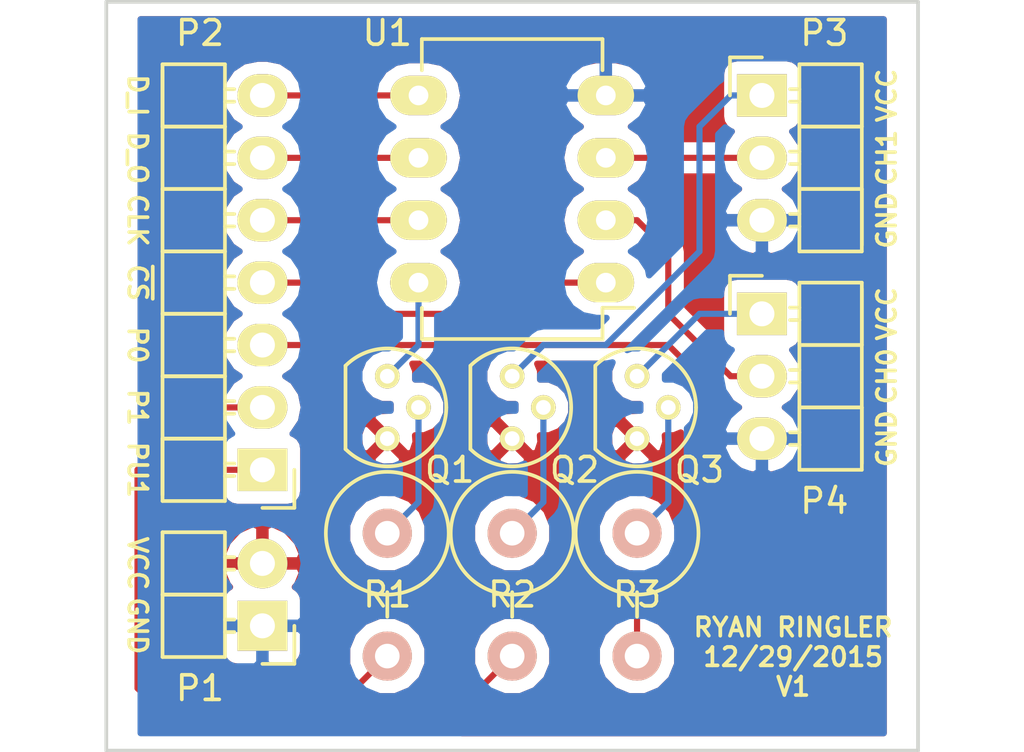
<source format=kicad_pcb>
(kicad_pcb (version 4) (host pcbnew 4.0.1-stable)

  (general
    (links 21)
    (no_connects 0)
    (area 142.164999 102.794999 175.335001 133.425001)
    (thickness 1.6)
    (drawings 20)
    (tracks 57)
    (zones 0)
    (modules 11)
    (nets 18)
  )

  (page A4)
  (layers
    (0 F.Cu signal)
    (31 B.Cu signal)
    (32 B.Adhes user)
    (33 F.Adhes user)
    (34 B.Paste user)
    (35 F.Paste user)
    (36 B.SilkS user)
    (37 F.SilkS user)
    (38 B.Mask user)
    (39 F.Mask user)
    (40 Dwgs.User user)
    (41 Cmts.User user)
    (42 Eco1.User user)
    (43 Eco2.User user)
    (44 Edge.Cuts user)
    (45 Margin user)
    (46 B.CrtYd user)
    (47 F.CrtYd user)
    (48 B.Fab user)
    (49 F.Fab user)
  )

  (setup
    (last_trace_width 0.25)
    (trace_clearance 0.2)
    (zone_clearance 0.508)
    (zone_45_only no)
    (trace_min 0.2)
    (segment_width 0.2)
    (edge_width 0.15)
    (via_size 0.6)
    (via_drill 0.4)
    (via_min_size 0.4)
    (via_min_drill 0.3)
    (uvia_size 0.3)
    (uvia_drill 0.1)
    (uvias_allowed no)
    (uvia_min_size 0.2)
    (uvia_min_drill 0.1)
    (pcb_text_width 0.3)
    (pcb_text_size 1.5 1.5)
    (mod_edge_width 0.15)
    (mod_text_size 1 1)
    (mod_text_width 0.15)
    (pad_size 2.032 1.7272)
    (pad_drill 1.016)
    (pad_to_mask_clearance 0.2)
    (aux_axis_origin 0 0)
    (visible_elements FFFFFF7F)
    (pcbplotparams
      (layerselection 0x210f0_80000001)
      (usegerberextensions true)
      (excludeedgelayer true)
      (linewidth 0.100000)
      (plotframeref false)
      (viasonmask false)
      (mode 1)
      (useauxorigin false)
      (hpglpennumber 1)
      (hpglpenspeed 20)
      (hpglpendiameter 15)
      (hpglpenoverlay 2)
      (psnegative false)
      (psa4output false)
      (plotreference true)
      (plotvalue true)
      (plotinvisibletext false)
      (padsonsilk false)
      (subtractmaskfromsilk false)
      (outputformat 1)
      (mirror false)
      (drillshape 0)
      (scaleselection 1)
      (outputdirectory "Gerber Export/"))
  )

  (net 0 "")
  (net 1 VCC)
  (net 2 GND)
  (net 3 "Net-(P3-Pad2)")
  (net 4 "Net-(P4-Pad2)")
  (net 5 "Net-(Q1-Pad2)")
  (net 6 "Net-(Q1-Pad1)")
  (net 7 "Net-(P2-Pad1)")
  (net 8 "Net-(P2-Pad2)")
  (net 9 "Net-(P2-Pad3)")
  (net 10 "Net-(P2-Pad4)")
  (net 11 "Net-(P2-Pad5)")
  (net 12 "Net-(P3-Pad1)")
  (net 13 "Net-(P4-Pad1)")
  (net 14 "Net-(Q2-Pad2)")
  (net 15 "Net-(Q3-Pad2)")
  (net 16 "Net-(P2-Pad7)")
  (net 17 "Net-(P2-Pad6)")

  (net_class Default "This is the default net class."
    (clearance 0.2)
    (trace_width 0.25)
    (via_dia 0.6)
    (via_drill 0.4)
    (uvia_dia 0.3)
    (uvia_drill 0.1)
    (add_net GND)
    (add_net "Net-(P2-Pad1)")
    (add_net "Net-(P2-Pad2)")
    (add_net "Net-(P2-Pad3)")
    (add_net "Net-(P2-Pad4)")
    (add_net "Net-(P2-Pad5)")
    (add_net "Net-(P2-Pad6)")
    (add_net "Net-(P2-Pad7)")
    (add_net "Net-(P3-Pad1)")
    (add_net "Net-(P3-Pad2)")
    (add_net "Net-(P4-Pad1)")
    (add_net "Net-(P4-Pad2)")
    (add_net "Net-(Q1-Pad1)")
    (add_net "Net-(Q1-Pad2)")
    (add_net "Net-(Q2-Pad2)")
    (add_net "Net-(Q3-Pad2)")
    (add_net VCC)
  )

  (module TO_SOT_Packages_THT:TO-92_Molded_Narrow (layer F.Cu) (tedit 56833BC8) (tstamp 567B8848)
    (at 153.67 118.11 270)
    (descr "TO-92 leads molded, narrow, drill 0.6mm (see NXP sot054_po.pdf)")
    (tags "to-92 sc-43 sc-43a sot54 PA33 transistor")
    (path /567B7FAC)
    (fp_text reference Q1 (at 3.81 -2.54 540) (layer F.SilkS)
      (effects (font (size 1 1) (thickness 0.15)))
    )
    (fp_text value 2N3904 (at 0 3 270) (layer F.Fab) hide
      (effects (font (size 1 1) (thickness 0.15)))
    )
    (fp_line (start -1.4 1.95) (end -1.4 -2.65) (layer F.CrtYd) (width 0.05))
    (fp_line (start -1.4 1.95) (end 3.9 1.95) (layer F.CrtYd) (width 0.05))
    (fp_line (start -0.43 1.7) (end 2.97 1.7) (layer F.SilkS) (width 0.15))
    (fp_arc (start 1.27 0) (end 1.27 -2.4) (angle -135) (layer F.SilkS) (width 0.15))
    (fp_arc (start 1.27 0) (end 1.27 -2.4) (angle 135) (layer F.SilkS) (width 0.15))
    (fp_line (start -1.4 -2.65) (end 3.9 -2.65) (layer F.CrtYd) (width 0.05))
    (fp_line (start 3.9 1.95) (end 3.9 -2.65) (layer F.CrtYd) (width 0.05))
    (pad 2 thru_hole circle (at 1.27 -1.27) (size 1.00076 1.00076) (drill 0.6) (layers *.Cu *.Mask F.SilkS)
      (net 5 "Net-(Q1-Pad2)"))
    (pad 3 thru_hole circle (at 2.54 0) (size 1.00076 1.00076) (drill 0.6) (layers *.Cu *.Mask F.SilkS)
      (net 1 VCC))
    (pad 1 thru_hole circle (at 0 0) (size 1.00076 1.00076) (drill 0.6) (layers *.Cu *.Mask F.SilkS)
      (net 6 "Net-(Q1-Pad1)"))
    (model TO_SOT_Packages_THT.3dshapes/TO-92_Molded_Narrow.wrl
      (at (xyz 0.05 0 0))
      (scale (xyz 1 1 1))
      (rotate (xyz 0 0 -90))
    )
  )

  (module Housings_DIP:DIP-8_W7.62mm_LongPads (layer F.Cu) (tedit 5682E73B) (tstamp 5682E838)
    (at 162.56 114.3 180)
    (descr "8-lead dip package, row spacing 7.62 mm (300 mils), longer pads")
    (tags "dil dip 2.54 300")
    (path /567BA1FF)
    (fp_text reference U1 (at 8.89 10.16 180) (layer F.SilkS)
      (effects (font (size 1 1) (thickness 0.15)))
    )
    (fp_text value MCP3002 (at 3.81 3.81 270) (layer F.Fab)
      (effects (font (size 1 1) (thickness 0.15)))
    )
    (fp_line (start -1.4 -2.45) (end -1.4 10.1) (layer F.CrtYd) (width 0.05))
    (fp_line (start 9 -2.45) (end 9 10.1) (layer F.CrtYd) (width 0.05))
    (fp_line (start -1.4 -2.45) (end 9 -2.45) (layer F.CrtYd) (width 0.05))
    (fp_line (start -1.4 10.1) (end 9 10.1) (layer F.CrtYd) (width 0.05))
    (fp_line (start 0.135 -2.295) (end 0.135 -1.025) (layer F.SilkS) (width 0.15))
    (fp_line (start 7.485 -2.295) (end 7.485 -1.025) (layer F.SilkS) (width 0.15))
    (fp_line (start 7.485 9.915) (end 7.485 8.645) (layer F.SilkS) (width 0.15))
    (fp_line (start 0.135 9.915) (end 0.135 8.645) (layer F.SilkS) (width 0.15))
    (fp_line (start 0.135 -2.295) (end 7.485 -2.295) (layer F.SilkS) (width 0.15))
    (fp_line (start 0.135 9.915) (end 7.485 9.915) (layer F.SilkS) (width 0.15))
    (fp_line (start 0.135 -1.025) (end -1.15 -1.025) (layer F.SilkS) (width 0.15))
    (pad 1 thru_hole oval (at 0 0 180) (size 2.3 1.6) (drill 0.8) (layers *.Cu *.Mask F.SilkS)
      (net 10 "Net-(P2-Pad4)"))
    (pad 2 thru_hole oval (at 0 2.54 180) (size 2.3 1.6) (drill 0.8) (layers *.Cu *.Mask F.SilkS)
      (net 4 "Net-(P4-Pad2)"))
    (pad 3 thru_hole oval (at 0 5.08 180) (size 2.3 1.6) (drill 0.8) (layers *.Cu *.Mask F.SilkS)
      (net 3 "Net-(P3-Pad2)"))
    (pad 4 thru_hole oval (at 0 7.62 180) (size 2.3 1.6) (drill 0.8) (layers *.Cu *.Mask F.SilkS)
      (net 2 GND))
    (pad 5 thru_hole oval (at 7.62 7.62 180) (size 2.3 1.6) (drill 0.8) (layers *.Cu *.Mask F.SilkS)
      (net 16 "Net-(P2-Pad7)"))
    (pad 6 thru_hole oval (at 7.62 5.08 180) (size 2.3 1.6) (drill 0.8) (layers *.Cu *.Mask F.SilkS)
      (net 17 "Net-(P2-Pad6)"))
    (pad 7 thru_hole oval (at 7.62 2.54 180) (size 2.3 1.6) (drill 0.8) (layers *.Cu *.Mask F.SilkS)
      (net 11 "Net-(P2-Pad5)"))
    (pad 8 thru_hole oval (at 7.62 0 180) (size 2.3 1.6) (drill 0.8) (layers *.Cu *.Mask F.SilkS)
      (net 6 "Net-(Q1-Pad1)"))
    (model Housings_DIP.3dshapes/DIP-8_W7.62mm_LongPads.wrl
      (at (xyz 0 0 0))
      (scale (xyz 1 1 1))
      (rotate (xyz 0 0 0))
    )
  )

  (module Resistors_ThroughHole:Resistor_Vertical_RM5mm (layer F.Cu) (tedit 56832E4A) (tstamp 5682E9D4)
    (at 153.67 127 270)
    (descr "Resistor, Vertical, RM 5mm, 1/3W,")
    (tags "Resistor, Vertical, RM 5mm, 1/3W,")
    (path /567B84F5)
    (fp_text reference R1 (at 0 0 540) (layer F.SilkS)
      (effects (font (size 1 1) (thickness 0.15)))
    )
    (fp_text value 1K (at 0 0 270) (layer F.Fab) hide
      (effects (font (size 1 1) (thickness 0.15)))
    )
    (fp_line (start -0.09906 0) (end 0.9017 0) (layer F.SilkS) (width 0.15))
    (fp_circle (center -2.49936 0) (end 0 0) (layer F.SilkS) (width 0.15))
    (pad 1 thru_hole circle (at -2.49936 0 270) (size 1.99898 1.99898) (drill 1.00076) (layers *.Cu *.SilkS *.Mask)
      (net 5 "Net-(Q1-Pad2)"))
    (pad 2 thru_hole circle (at 2.5019 0 270) (size 1.99898 1.99898) (drill 1.00076) (layers *.Cu *.SilkS *.Mask)
      (net 7 "Net-(P2-Pad1)"))
  )

  (module Pin_Headers_Custom:Pin_Header_Angled_1x03_No_Pins (layer F.Cu) (tedit 568335B6) (tstamp 56830953)
    (at 168.91 106.68)
    (descr "Through hole pin header")
    (tags "pin header")
    (path /567B8F75)
    (fp_text reference P3 (at 2.54 -2.54 180) (layer F.SilkS)
      (effects (font (size 1 1) (thickness 0.15)))
    )
    (fp_text value CONN_01X03 (at 0 -3.1) (layer F.Fab) hide
      (effects (font (size 1 1) (thickness 0.15)))
    )
    (fp_line (start 4.064 -1.016) (end 4.064 6.096) (layer F.SilkS) (width 0.15))
    (fp_line (start -1.5 -1.75) (end -1.5 6.85) (layer F.CrtYd) (width 0.05))
    (fp_line (start 10.65 -1.75) (end 10.65 6.85) (layer F.CrtYd) (width 0.05))
    (fp_line (start -1.5 -1.75) (end 10.65 -1.75) (layer F.CrtYd) (width 0.05))
    (fp_line (start -1.5 6.85) (end 10.65 6.85) (layer F.CrtYd) (width 0.05))
    (fp_line (start -1.3 -1.55) (end -1.3 0) (layer F.SilkS) (width 0.15))
    (fp_line (start 0 -1.55) (end -1.3 -1.55) (layer F.SilkS) (width 0.15))
    (fp_line (start 1.524 -0.254) (end 1.143 -0.254) (layer F.SilkS) (width 0.15))
    (fp_line (start 1.524 0.254) (end 1.143 0.254) (layer F.SilkS) (width 0.15))
    (fp_line (start 1.524 2.286) (end 1.143 2.286) (layer F.SilkS) (width 0.15))
    (fp_line (start 1.524 2.794) (end 1.143 2.794) (layer F.SilkS) (width 0.15))
    (fp_line (start 1.524 4.826) (end 1.143 4.826) (layer F.SilkS) (width 0.15))
    (fp_line (start 1.524 5.334) (end 1.143 5.334) (layer F.SilkS) (width 0.15))
    (fp_line (start 4.064 1.27) (end 4.064 -1.27) (layer F.SilkS) (width 0.15))
    (fp_line (start 1.524 1.27) (end 4.064 1.27) (layer F.SilkS) (width 0.15))
    (fp_line (start 1.524 -1.27) (end 1.524 1.27) (layer F.SilkS) (width 0.15))
    (fp_line (start 1.524 -1.27) (end 4.064 -1.27) (layer F.SilkS) (width 0.15))
    (fp_line (start 1.524 3.81) (end 4.064 3.81) (layer F.SilkS) (width 0.15))
    (fp_line (start 1.524 3.81) (end 1.524 6.35) (layer F.SilkS) (width 0.15))
    (fp_line (start 4.064 6.35) (end 4.064 3.81) (layer F.SilkS) (width 0.15))
    (fp_line (start 1.524 3.81) (end 4.064 3.81) (layer F.SilkS) (width 0.15))
    (fp_line (start 1.524 1.27) (end 1.524 3.81) (layer F.SilkS) (width 0.15))
    (fp_line (start 1.524 1.27) (end 4.064 1.27) (layer F.SilkS) (width 0.15))
    (fp_line (start 1.524 6.35) (end 4.064 6.35) (layer F.SilkS) (width 0.15))
    (pad 1 thru_hole rect (at 0 0) (size 2.032 1.7272) (drill 1.016) (layers *.Cu *.Mask F.SilkS)
      (net 12 "Net-(P3-Pad1)"))
    (pad 2 thru_hole oval (at 0 2.54) (size 2.032 1.7272) (drill 1.016) (layers *.Cu *.Mask F.SilkS)
      (net 3 "Net-(P3-Pad2)"))
    (pad 3 thru_hole oval (at 0 5.08) (size 2.032 1.7272) (drill 1.016) (layers *.Cu *.Mask F.SilkS)
      (net 2 GND))
    (model Pin_Headers.3dshapes/Pin_Header_Angled_1x03.wrl
      (at (xyz 0 -0.1 0))
      (scale (xyz 1 1 1))
      (rotate (xyz 0 0 90))
    )
  )

  (module Pin_Headers_Custom:Pin_Header_Angled_1x03_No_Pins (layer F.Cu) (tedit 56830951) (tstamp 5683095A)
    (at 168.91 115.57)
    (descr "Through hole pin header")
    (tags "pin header")
    (path /567B8FB9)
    (fp_text reference P4 (at 2.54 7.62 180) (layer F.SilkS)
      (effects (font (size 1 1) (thickness 0.15)))
    )
    (fp_text value CONN_01X03 (at 0 -3.1) (layer F.Fab) hide
      (effects (font (size 1 1) (thickness 0.15)))
    )
    (fp_line (start 4.064 -1.016) (end 4.064 6.096) (layer F.SilkS) (width 0.15))
    (fp_line (start -1.5 -1.75) (end -1.5 6.85) (layer F.CrtYd) (width 0.05))
    (fp_line (start 10.65 -1.75) (end 10.65 6.85) (layer F.CrtYd) (width 0.05))
    (fp_line (start -1.5 -1.75) (end 10.65 -1.75) (layer F.CrtYd) (width 0.05))
    (fp_line (start -1.5 6.85) (end 10.65 6.85) (layer F.CrtYd) (width 0.05))
    (fp_line (start -1.3 -1.55) (end -1.3 0) (layer F.SilkS) (width 0.15))
    (fp_line (start 0 -1.55) (end -1.3 -1.55) (layer F.SilkS) (width 0.15))
    (fp_line (start 1.524 -0.254) (end 1.143 -0.254) (layer F.SilkS) (width 0.15))
    (fp_line (start 1.524 0.254) (end 1.143 0.254) (layer F.SilkS) (width 0.15))
    (fp_line (start 1.524 2.286) (end 1.143 2.286) (layer F.SilkS) (width 0.15))
    (fp_line (start 1.524 2.794) (end 1.143 2.794) (layer F.SilkS) (width 0.15))
    (fp_line (start 1.524 4.826) (end 1.143 4.826) (layer F.SilkS) (width 0.15))
    (fp_line (start 1.524 5.334) (end 1.143 5.334) (layer F.SilkS) (width 0.15))
    (fp_line (start 4.064 1.27) (end 4.064 -1.27) (layer F.SilkS) (width 0.15))
    (fp_line (start 1.524 1.27) (end 4.064 1.27) (layer F.SilkS) (width 0.15))
    (fp_line (start 1.524 -1.27) (end 1.524 1.27) (layer F.SilkS) (width 0.15))
    (fp_line (start 1.524 -1.27) (end 4.064 -1.27) (layer F.SilkS) (width 0.15))
    (fp_line (start 1.524 3.81) (end 4.064 3.81) (layer F.SilkS) (width 0.15))
    (fp_line (start 1.524 3.81) (end 1.524 6.35) (layer F.SilkS) (width 0.15))
    (fp_line (start 4.064 6.35) (end 4.064 3.81) (layer F.SilkS) (width 0.15))
    (fp_line (start 1.524 3.81) (end 4.064 3.81) (layer F.SilkS) (width 0.15))
    (fp_line (start 1.524 1.27) (end 1.524 3.81) (layer F.SilkS) (width 0.15))
    (fp_line (start 1.524 1.27) (end 4.064 1.27) (layer F.SilkS) (width 0.15))
    (fp_line (start 1.524 6.35) (end 4.064 6.35) (layer F.SilkS) (width 0.15))
    (pad 1 thru_hole rect (at 0 0) (size 2.032 1.7272) (drill 1.016) (layers *.Cu *.Mask F.SilkS)
      (net 13 "Net-(P4-Pad1)"))
    (pad 2 thru_hole oval (at 0 2.54) (size 2.032 1.7272) (drill 1.016) (layers *.Cu *.Mask F.SilkS)
      (net 4 "Net-(P4-Pad2)"))
    (pad 3 thru_hole oval (at 0 5.08) (size 2.032 1.7272) (drill 1.016) (layers *.Cu *.Mask F.SilkS)
      (net 2 GND))
    (model Pin_Headers.3dshapes/Pin_Header_Angled_1x03.wrl
      (at (xyz 0 -0.1 0))
      (scale (xyz 1 1 1))
      (rotate (xyz 0 0 90))
    )
  )

  (module TO_SOT_Packages_THT:TO-92_Molded_Narrow (layer F.Cu) (tedit 56833BCC) (tstamp 56832358)
    (at 158.75 118.11 270)
    (descr "TO-92 leads molded, narrow, drill 0.6mm (see NXP sot054_po.pdf)")
    (tags "to-92 sc-43 sc-43a sot54 PA33 transistor")
    (path /5683245A)
    (fp_text reference Q2 (at 3.81 -2.54 540) (layer F.SilkS)
      (effects (font (size 1 1) (thickness 0.15)))
    )
    (fp_text value 2N3904 (at 0 3 270) (layer F.Fab) hide
      (effects (font (size 1 1) (thickness 0.15)))
    )
    (fp_line (start -1.4 1.95) (end -1.4 -2.65) (layer F.CrtYd) (width 0.05))
    (fp_line (start -1.4 1.95) (end 3.9 1.95) (layer F.CrtYd) (width 0.05))
    (fp_line (start -0.43 1.7) (end 2.97 1.7) (layer F.SilkS) (width 0.15))
    (fp_arc (start 1.27 0) (end 1.27 -2.4) (angle -135) (layer F.SilkS) (width 0.15))
    (fp_arc (start 1.27 0) (end 1.27 -2.4) (angle 135) (layer F.SilkS) (width 0.15))
    (fp_line (start -1.4 -2.65) (end 3.9 -2.65) (layer F.CrtYd) (width 0.05))
    (fp_line (start 3.9 1.95) (end 3.9 -2.65) (layer F.CrtYd) (width 0.05))
    (pad 2 thru_hole circle (at 1.27 -1.27) (size 1.00076 1.00076) (drill 0.6) (layers *.Cu *.Mask F.SilkS)
      (net 14 "Net-(Q2-Pad2)"))
    (pad 3 thru_hole circle (at 2.54 0) (size 1.00076 1.00076) (drill 0.6) (layers *.Cu *.Mask F.SilkS)
      (net 1 VCC))
    (pad 1 thru_hole circle (at 0 0) (size 1.00076 1.00076) (drill 0.6) (layers *.Cu *.Mask F.SilkS)
      (net 12 "Net-(P3-Pad1)"))
    (model TO_SOT_Packages_THT.3dshapes/TO-92_Molded_Narrow.wrl
      (at (xyz 0.05 0 0))
      (scale (xyz 1 1 1))
      (rotate (xyz 0 0 -90))
    )
  )

  (module TO_SOT_Packages_THT:TO-92_Molded_Narrow (layer F.Cu) (tedit 56833BD0) (tstamp 5683235F)
    (at 163.83 118.11 270)
    (descr "TO-92 leads molded, narrow, drill 0.6mm (see NXP sot054_po.pdf)")
    (tags "to-92 sc-43 sc-43a sot54 PA33 transistor")
    (path /5683254A)
    (fp_text reference Q3 (at 3.81 -2.54 540) (layer F.SilkS)
      (effects (font (size 1 1) (thickness 0.15)))
    )
    (fp_text value 2N3904 (at 0 3 270) (layer F.Fab) hide
      (effects (font (size 1 1) (thickness 0.15)))
    )
    (fp_line (start -1.4 1.95) (end -1.4 -2.65) (layer F.CrtYd) (width 0.05))
    (fp_line (start -1.4 1.95) (end 3.9 1.95) (layer F.CrtYd) (width 0.05))
    (fp_line (start -0.43 1.7) (end 2.97 1.7) (layer F.SilkS) (width 0.15))
    (fp_arc (start 1.27 0) (end 1.27 -2.4) (angle -135) (layer F.SilkS) (width 0.15))
    (fp_arc (start 1.27 0) (end 1.27 -2.4) (angle 135) (layer F.SilkS) (width 0.15))
    (fp_line (start -1.4 -2.65) (end 3.9 -2.65) (layer F.CrtYd) (width 0.05))
    (fp_line (start 3.9 1.95) (end 3.9 -2.65) (layer F.CrtYd) (width 0.05))
    (pad 2 thru_hole circle (at 1.27 -1.27) (size 1.00076 1.00076) (drill 0.6) (layers *.Cu *.Mask F.SilkS)
      (net 15 "Net-(Q3-Pad2)"))
    (pad 3 thru_hole circle (at 2.54 0) (size 1.00076 1.00076) (drill 0.6) (layers *.Cu *.Mask F.SilkS)
      (net 1 VCC))
    (pad 1 thru_hole circle (at 0 0) (size 1.00076 1.00076) (drill 0.6) (layers *.Cu *.Mask F.SilkS)
      (net 13 "Net-(P4-Pad1)"))
    (model TO_SOT_Packages_THT.3dshapes/TO-92_Molded_Narrow.wrl
      (at (xyz 0.05 0 0))
      (scale (xyz 1 1 1))
      (rotate (xyz 0 0 -90))
    )
  )

  (module Resistors_ThroughHole:Resistor_Vertical_RM5mm (layer F.Cu) (tedit 56832EB6) (tstamp 56832365)
    (at 158.75 127 270)
    (descr "Resistor, Vertical, RM 5mm, 1/3W,")
    (tags "Resistor, Vertical, RM 5mm, 1/3W,")
    (path /56832709)
    (fp_text reference R2 (at 0 0 360) (layer F.SilkS)
      (effects (font (size 1 1) (thickness 0.15)))
    )
    (fp_text value 1K (at 0 0 270) (layer F.Fab) hide
      (effects (font (size 1 1) (thickness 0.15)))
    )
    (fp_line (start -0.09906 0) (end 0.9017 0) (layer F.SilkS) (width 0.15))
    (fp_circle (center -2.49936 0) (end 0 0) (layer F.SilkS) (width 0.15))
    (pad 1 thru_hole circle (at -2.49936 0 270) (size 1.99898 1.99898) (drill 1.00076) (layers *.Cu *.SilkS *.Mask)
      (net 14 "Net-(Q2-Pad2)"))
    (pad 2 thru_hole circle (at 2.5019 0 270) (size 1.99898 1.99898) (drill 1.00076) (layers *.Cu *.SilkS *.Mask)
      (net 8 "Net-(P2-Pad2)"))
  )

  (module Resistors_ThroughHole:Resistor_Vertical_RM5mm (layer F.Cu) (tedit 56832EC6) (tstamp 5683236B)
    (at 163.83 127 270)
    (descr "Resistor, Vertical, RM 5mm, 1/3W,")
    (tags "Resistor, Vertical, RM 5mm, 1/3W,")
    (path /56832746)
    (fp_text reference R3 (at 0 0 360) (layer F.SilkS)
      (effects (font (size 1 1) (thickness 0.15)))
    )
    (fp_text value 1K (at 0 0 270) (layer F.Fab) hide
      (effects (font (size 1 1) (thickness 0.15)))
    )
    (fp_line (start -0.09906 0) (end 0.9017 0) (layer F.SilkS) (width 0.15))
    (fp_circle (center -2.49936 0) (end 0 0) (layer F.SilkS) (width 0.15))
    (pad 1 thru_hole circle (at -2.49936 0 270) (size 1.99898 1.99898) (drill 1.00076) (layers *.Cu *.SilkS *.Mask)
      (net 15 "Net-(Q3-Pad2)"))
    (pad 2 thru_hole circle (at 2.5019 0 270) (size 1.99898 1.99898) (drill 1.00076) (layers *.Cu *.SilkS *.Mask)
      (net 9 "Net-(P2-Pad3)"))
  )

  (module Pin_Headers_Custom:Pin_Header_Angled_1x02_No_Pins (layer F.Cu) (tedit 56834405) (tstamp 56832656)
    (at 148.59 128.27 180)
    (descr "Through hole pin header")
    (tags "pin header")
    (path /567B800D)
    (fp_text reference P1 (at 2.54 -2.54 180) (layer F.SilkS)
      (effects (font (size 1 1) (thickness 0.15)))
    )
    (fp_text value CONN_01X02 (at 0 -3.1 180) (layer F.Fab) hide
      (effects (font (size 1 1) (thickness 0.15)))
    )
    (fp_line (start -1.5 -1.75) (end -1.5 4.3) (layer F.CrtYd) (width 0.05))
    (fp_line (start 10.65 -1.75) (end 10.65 4.3) (layer F.CrtYd) (width 0.05))
    (fp_line (start -1.5 -1.75) (end 10.65 -1.75) (layer F.CrtYd) (width 0.05))
    (fp_line (start -1.5 4.3) (end 10.65 4.3) (layer F.CrtYd) (width 0.05))
    (fp_line (start -1.3 -1.55) (end -1.3 0) (layer F.SilkS) (width 0.15))
    (fp_line (start 0 -1.55) (end -1.3 -1.55) (layer F.SilkS) (width 0.15))
    (fp_line (start 1.524 -0.254) (end 1.143 -0.254) (layer F.SilkS) (width 0.15))
    (fp_line (start 1.524 0.254) (end 1.143 0.254) (layer F.SilkS) (width 0.15))
    (fp_line (start 1.524 2.286) (end 1.143 2.286) (layer F.SilkS) (width 0.15))
    (fp_line (start 1.524 2.794) (end 1.143 2.794) (layer F.SilkS) (width 0.15))
    (fp_line (start 1.524 -1.27) (end 4.064 -1.27) (layer F.SilkS) (width 0.15))
    (fp_line (start 1.524 1.27) (end 4.064 1.27) (layer F.SilkS) (width 0.15))
    (fp_line (start 1.524 1.27) (end 1.524 3.81) (layer F.SilkS) (width 0.15))
    (fp_line (start 1.524 3.81) (end 4.064 3.81) (layer F.SilkS) (width 0.15))
    (fp_line (start 4.064 3.81) (end 4.064 1.27) (layer F.SilkS) (width 0.15))
    (fp_line (start 4.064 1.27) (end 4.064 -1.27) (layer F.SilkS) (width 0.15))
    (fp_line (start 1.524 1.27) (end 4.064 1.27) (layer F.SilkS) (width 0.15))
    (fp_line (start 1.524 -1.27) (end 1.524 1.27) (layer F.SilkS) (width 0.15))
    (pad 1 thru_hole rect (at 0 0 180) (size 2.032 2.032) (drill 1.016) (layers *.Cu *.Mask F.SilkS)
      (net 2 GND))
    (pad 2 thru_hole oval (at 0 2.54 180) (size 2.032 2.032) (drill 1.016) (layers *.Cu *.Mask F.SilkS)
      (net 1 VCC))
    (model Pin_Headers.3dshapes/Pin_Header_Angled_1x02.wrl
      (at (xyz 0 -0.05 0))
      (scale (xyz 1 1 1))
      (rotate (xyz 0 0 90))
    )
  )

  (module Pin_Headers_Custom:Pin_Header_Angled_1x07_No_Pins (layer F.Cu) (tedit 568327A6) (tstamp 56832790)
    (at 148.59 121.92 180)
    (descr "Through hole pin header")
    (tags "pin header")
    (path /56831EFC)
    (fp_text reference P2 (at 2.54 17.78 180) (layer F.SilkS)
      (effects (font (size 1 1) (thickness 0.15)))
    )
    (fp_text value CONN_01X07 (at 0 -3.1 180) (layer F.Fab) hide
      (effects (font (size 1 1) (thickness 0.15)))
    )
    (fp_line (start 4.064 -1.016) (end 4.064 16.256) (layer F.SilkS) (width 0.15))
    (fp_line (start -1.5 -1.75) (end -1.5 17) (layer F.CrtYd) (width 0.05))
    (fp_line (start 10.65 -1.75) (end 10.65 17) (layer F.CrtYd) (width 0.05))
    (fp_line (start -1.5 -1.75) (end 10.65 -1.75) (layer F.CrtYd) (width 0.05))
    (fp_line (start -1.5 17) (end 10.65 17) (layer F.CrtYd) (width 0.05))
    (fp_line (start -1.3 -1.55) (end -1.3 0) (layer F.SilkS) (width 0.15))
    (fp_line (start 0 -1.55) (end -1.3 -1.55) (layer F.SilkS) (width 0.15))
    (fp_line (start 1.524 -0.254) (end 1.143 -0.254) (layer F.SilkS) (width 0.15))
    (fp_line (start 1.524 0.254) (end 1.143 0.254) (layer F.SilkS) (width 0.15))
    (fp_line (start 1.524 2.286) (end 1.143 2.286) (layer F.SilkS) (width 0.15))
    (fp_line (start 1.524 2.794) (end 1.143 2.794) (layer F.SilkS) (width 0.15))
    (fp_line (start 1.524 4.826) (end 1.143 4.826) (layer F.SilkS) (width 0.15))
    (fp_line (start 1.524 5.334) (end 1.143 5.334) (layer F.SilkS) (width 0.15))
    (fp_line (start 1.524 7.366) (end 1.143 7.366) (layer F.SilkS) (width 0.15))
    (fp_line (start 1.524 7.874) (end 1.143 7.874) (layer F.SilkS) (width 0.15))
    (fp_line (start 1.524 15.494) (end 1.143 15.494) (layer F.SilkS) (width 0.15))
    (fp_line (start 1.524 14.986) (end 1.143 14.986) (layer F.SilkS) (width 0.15))
    (fp_line (start 1.524 12.954) (end 1.143 12.954) (layer F.SilkS) (width 0.15))
    (fp_line (start 1.524 12.446) (end 1.143 12.446) (layer F.SilkS) (width 0.15))
    (fp_line (start 1.524 10.414) (end 1.143 10.414) (layer F.SilkS) (width 0.15))
    (fp_line (start 1.524 9.906) (end 1.143 9.906) (layer F.SilkS) (width 0.15))
    (fp_line (start 4.064 1.27) (end 4.064 -1.27) (layer F.SilkS) (width 0.15))
    (fp_line (start 1.524 1.27) (end 4.064 1.27) (layer F.SilkS) (width 0.15))
    (fp_line (start 1.524 -1.27) (end 1.524 1.27) (layer F.SilkS) (width 0.15))
    (fp_line (start 1.524 -1.27) (end 4.064 -1.27) (layer F.SilkS) (width 0.15))
    (fp_line (start 1.524 3.81) (end 4.064 3.81) (layer F.SilkS) (width 0.15))
    (fp_line (start 1.524 3.81) (end 1.524 6.35) (layer F.SilkS) (width 0.15))
    (fp_line (start 1.524 6.35) (end 4.064 6.35) (layer F.SilkS) (width 0.15))
    (fp_line (start 1.524 3.81) (end 4.064 3.81) (layer F.SilkS) (width 0.15))
    (fp_line (start 1.524 1.27) (end 1.524 3.81) (layer F.SilkS) (width 0.15))
    (fp_line (start 1.524 1.27) (end 4.064 1.27) (layer F.SilkS) (width 0.15))
    (fp_line (start 1.524 11.43) (end 4.064 11.43) (layer F.SilkS) (width 0.15))
    (fp_line (start 1.524 11.43) (end 1.524 13.97) (layer F.SilkS) (width 0.15))
    (fp_line (start 1.524 13.97) (end 4.064 13.97) (layer F.SilkS) (width 0.15))
    (fp_line (start 4.064 16.51) (end 4.064 13.97) (layer F.SilkS) (width 0.15))
    (fp_line (start 1.524 16.51) (end 4.064 16.51) (layer F.SilkS) (width 0.15))
    (fp_line (start 1.524 13.97) (end 1.524 16.51) (layer F.SilkS) (width 0.15))
    (fp_line (start 1.524 13.97) (end 4.064 13.97) (layer F.SilkS) (width 0.15))
    (fp_line (start 1.524 8.89) (end 4.064 8.89) (layer F.SilkS) (width 0.15))
    (fp_line (start 1.524 8.89) (end 1.524 11.43) (layer F.SilkS) (width 0.15))
    (fp_line (start 1.524 11.43) (end 4.064 11.43) (layer F.SilkS) (width 0.15))
    (fp_line (start 1.524 8.89) (end 4.064 8.89) (layer F.SilkS) (width 0.15))
    (fp_line (start 1.524 6.35) (end 1.524 8.89) (layer F.SilkS) (width 0.15))
    (fp_line (start 1.524 6.35) (end 4.064 6.35) (layer F.SilkS) (width 0.15))
    (pad 1 thru_hole rect (at 0 0 180) (size 2.032 1.7272) (drill 1.016) (layers *.Cu *.Mask F.SilkS)
      (net 7 "Net-(P2-Pad1)"))
    (pad 2 thru_hole oval (at 0 2.54 180) (size 2.032 1.7272) (drill 1.016) (layers *.Cu *.Mask F.SilkS)
      (net 8 "Net-(P2-Pad2)"))
    (pad 3 thru_hole oval (at 0 5.08 180) (size 2.032 1.7272) (drill 1.016) (layers *.Cu *.Mask F.SilkS)
      (net 9 "Net-(P2-Pad3)"))
    (pad 4 thru_hole oval (at 0 7.62 180) (size 2.032 1.7272) (drill 1.016) (layers *.Cu *.Mask F.SilkS)
      (net 10 "Net-(P2-Pad4)"))
    (pad 5 thru_hole oval (at 0 10.16 180) (size 2.032 1.7272) (drill 1.016) (layers *.Cu *.Mask F.SilkS)
      (net 11 "Net-(P2-Pad5)"))
    (pad 6 thru_hole oval (at 0 12.7 180) (size 2.032 1.7272) (drill 1.016) (layers *.Cu *.Mask F.SilkS)
      (net 17 "Net-(P2-Pad6)"))
    (pad 7 thru_hole oval (at 0 15.24 180) (size 2.032 1.7272) (drill 1.016) (layers *.Cu *.Mask F.SilkS)
      (net 16 "Net-(P2-Pad7)"))
    (model Pin_Headers.3dshapes/Pin_Header_Angled_1x07.wrl
      (at (xyz 0 -0.3 0))
      (scale (xyz 1 1 1))
      (rotate (xyz 0 0 90))
    )
  )

  (gr_text "RYAN RINGLER\n12/29/2015\nV1" (at 170.18 129.54) (layer F.SilkS)
    (effects (font (size 0.75 0.75) (thickness 0.15)))
  )
  (gr_line (start 142.24 102.87) (end 142.24 133.35) (angle 90) (layer Edge.Cuts) (width 0.15))
  (gr_line (start 175.26 102.87) (end 175.26 133.35) (angle 90) (layer Edge.Cuts) (width 0.15))
  (gr_line (start 175.26 133.35) (end 142.24 133.35) (angle 90) (layer Edge.Cuts) (width 0.15))
  (gr_line (start 142.24 102.87) (end 175.26 102.87) (angle 90) (layer Edge.Cuts) (width 0.15))
  (gr_text PU1 (at 143.51 121.92 270) (layer F.SilkS)
    (effects (font (size 0.75 0.75) (thickness 0.15)))
  )
  (gr_text P1 (at 143.51 119.38 270) (layer F.SilkS)
    (effects (font (size 0.75 0.75) (thickness 0.15)))
  )
  (gr_text CH0 (at 173.99 118.11 90) (layer F.SilkS)
    (effects (font (size 0.75 0.75) (thickness 0.15)))
  )
  (gr_text CH1 (at 173.99 109.22 90) (layer F.SilkS)
    (effects (font (size 0.75 0.75) (thickness 0.15)))
  )
  (gr_text GND (at 173.99 111.76 90) (layer F.SilkS)
    (effects (font (size 0.75 0.75) (thickness 0.15)))
  )
  (gr_text VCC (at 173.99 106.68 90) (layer F.SilkS)
    (effects (font (size 0.75 0.75) (thickness 0.15)))
  )
  (gr_text GND (at 173.99 120.65 90) (layer F.SilkS)
    (effects (font (size 0.75 0.75) (thickness 0.15)))
  )
  (gr_text VCC (at 173.99 115.57 90) (layer F.SilkS)
    (effects (font (size 0.75 0.75) (thickness 0.15)))
  )
  (gr_text D_I (at 143.51 106.68 270) (layer F.SilkS)
    (effects (font (size 0.75 0.75) (thickness 0.15)))
  )
  (gr_text D_O (at 143.51 109.22 270) (layer F.SilkS)
    (effects (font (size 0.75 0.75) (thickness 0.15)))
  )
  (gr_text CLK (at 143.51 111.76 270) (layer F.SilkS)
    (effects (font (size 0.75 0.75) (thickness 0.15)))
  )
  (gr_text ~CS (at 143.51 114.3 270) (layer F.SilkS)
    (effects (font (size 0.75 0.75) (thickness 0.15)))
  )
  (gr_text P0 (at 143.51 116.84 270) (layer F.SilkS)
    (effects (font (size 0.75 0.75) (thickness 0.15)))
  )
  (gr_text GND (at 143.51 128.27 270) (layer F.SilkS)
    (effects (font (size 0.75 0.75) (thickness 0.15)))
  )
  (gr_text VCC (at 143.51 125.73 270) (layer F.SilkS)
    (effects (font (size 0.75 0.75) (thickness 0.15)))
  )

  (segment (start 162.56 109.22) (end 168.91 109.22) (width 0.25) (layer F.Cu) (net 3) (status 20))
  (segment (start 168.91 118.11) (end 167.64 118.11) (width 0.25) (layer F.Cu) (net 4))
  (segment (start 163.83 111.76) (end 162.56 111.76) (width 0.25) (layer F.Cu) (net 4) (tstamp 56832DC0))
  (segment (start 165.1 113.03) (end 163.83 111.76) (width 0.25) (layer F.Cu) (net 4) (tstamp 56832DBF))
  (segment (start 165.1 115.57) (end 165.1 113.03) (width 0.25) (layer F.Cu) (net 4) (tstamp 56832DBE))
  (segment (start 166.37 116.84) (end 165.1 115.57) (width 0.25) (layer F.Cu) (net 4) (tstamp 56832DBD))
  (segment (start 167.64 118.11) (end 166.37 116.84) (width 0.25) (layer F.Cu) (net 4) (tstamp 56832DBC))
  (segment (start 154.94 119.38) (end 154.94 123.19) (width 0.25) (layer B.Cu) (net 5))
  (segment (start 154.94 123.23064) (end 153.67 124.50064) (width 0.25) (layer B.Cu) (net 5) (tstamp 56833AD2))
  (segment (start 154.94 123.19) (end 154.94 123.23064) (width 0.25) (layer B.Cu) (net 5) (tstamp 56833AD1))
  (segment (start 153.67 118.11) (end 154.94 116.84) (width 0.25) (layer B.Cu) (net 6))
  (segment (start 154.94 116.84) (end 154.94 114.3) (width 0.25) (layer B.Cu) (net 6) (tstamp 56833AF6))
  (segment (start 148.59 121.92) (end 146.05 121.92) (width 0.25) (layer F.Cu) (net 7))
  (segment (start 152.4 130.7719) (end 153.67 129.5019) (width 0.25) (layer F.Cu) (net 7) (tstamp 568345D9))
  (segment (start 152.4 130.81) (end 152.4 130.7719) (width 0.25) (layer F.Cu) (net 7) (tstamp 568345D6))
  (segment (start 146.05 130.81) (end 152.4 130.81) (width 0.25) (layer F.Cu) (net 7) (tstamp 568345D5))
  (segment (start 144.78 129.54) (end 146.05 130.81) (width 0.25) (layer F.Cu) (net 7) (tstamp 568345D3))
  (segment (start 144.78 123.19) (end 144.78 129.54) (width 0.25) (layer F.Cu) (net 7) (tstamp 568345D1))
  (segment (start 146.05 121.92) (end 144.78 123.19) (width 0.25) (layer F.Cu) (net 7) (tstamp 568345D0))
  (segment (start 153.6319 129.54) (end 153.67 129.5019) (width 0.25) (layer B.Cu) (net 7) (tstamp 56834437))
  (segment (start 153.6319 129.54) (end 153.67 129.5019) (width 0.25) (layer F.Cu) (net 7) (tstamp 56833158))
  (segment (start 148.59 119.38) (end 146.05 119.38) (width 0.25) (layer F.Cu) (net 8))
  (segment (start 156.21 132.0419) (end 158.75 129.5019) (width 0.25) (layer F.Cu) (net 8) (tstamp 568345B6))
  (segment (start 156.21 132.08) (end 156.21 132.0419) (width 0.25) (layer F.Cu) (net 8) (tstamp 568345B4))
  (segment (start 144.78 132.08) (end 156.21 132.08) (width 0.25) (layer F.Cu) (net 8) (tstamp 568345B3))
  (segment (start 143.51 130.81) (end 144.78 132.08) (width 0.25) (layer F.Cu) (net 8) (tstamp 568345B0))
  (segment (start 143.51 121.92) (end 143.51 130.81) (width 0.25) (layer F.Cu) (net 8) (tstamp 568345AD))
  (segment (start 146.05 119.38) (end 143.51 121.92) (width 0.25) (layer F.Cu) (net 8) (tstamp 568345AB))
  (segment (start 158.7119 129.54) (end 158.75 129.5019) (width 0.25) (layer F.Cu) (net 8) (tstamp 56833178))
  (segment (start 148.59 116.84) (end 165.1 116.84) (width 0.25) (layer F.Cu) (net 9))
  (segment (start 163.83 127) (end 163.83 129.5019) (width 0.25) (layer F.Cu) (net 9) (tstamp 568341C7))
  (segment (start 166.37 124.46) (end 163.83 127) (width 0.25) (layer F.Cu) (net 9) (tstamp 568341C1))
  (segment (start 166.37 118.11) (end 166.37 124.46) (width 0.25) (layer F.Cu) (net 9) (tstamp 568341BF))
  (segment (start 165.1 116.84) (end 166.37 118.11) (width 0.25) (layer F.Cu) (net 9) (tstamp 568341BC))
  (segment (start 163.83 129.5019) (end 163.7919 129.54) (width 0.25) (layer B.Cu) (net 9))
  (segment (start 162.56 114.3) (end 158.75 114.3) (width 0.25) (layer F.Cu) (net 10))
  (segment (start 151.13 114.3) (end 148.59 114.3) (width 0.25) (layer F.Cu) (net 10) (tstamp 56832FBE))
  (segment (start 152.4 115.57) (end 151.13 114.3) (width 0.25) (layer F.Cu) (net 10) (tstamp 56832FBD))
  (segment (start 157.48 115.57) (end 152.4 115.57) (width 0.25) (layer F.Cu) (net 10) (tstamp 56832FBC))
  (segment (start 158.75 114.3) (end 157.48 115.57) (width 0.25) (layer F.Cu) (net 10) (tstamp 56832FBB))
  (segment (start 148.59 111.76) (end 154.94 111.76) (width 0.25) (layer F.Cu) (net 11))
  (segment (start 168.91 106.68) (end 167.64 106.68) (width 0.25) (layer B.Cu) (net 12))
  (segment (start 160.02 116.84) (end 158.75 118.11) (width 0.25) (layer B.Cu) (net 12) (tstamp 56833F2E))
  (segment (start 162.56 116.84) (end 160.02 116.84) (width 0.25) (layer B.Cu) (net 12) (tstamp 56833F2C))
  (segment (start 166.37 113.03) (end 162.56 116.84) (width 0.25) (layer B.Cu) (net 12) (tstamp 56833F29))
  (segment (start 166.37 107.95) (end 166.37 113.03) (width 0.25) (layer B.Cu) (net 12) (tstamp 56833F28))
  (segment (start 167.64 106.68) (end 166.37 107.95) (width 0.25) (layer B.Cu) (net 12) (tstamp 56833F23))
  (segment (start 163.83 118.11) (end 166.37 115.57) (width 0.25) (layer B.Cu) (net 13))
  (segment (start 166.37 115.57) (end 168.91 115.57) (width 0.25) (layer B.Cu) (net 13) (tstamp 56833CB4))
  (segment (start 160.02 119.38) (end 160.02 123.19) (width 0.25) (layer B.Cu) (net 14))
  (segment (start 160.02 123.23064) (end 158.75 124.50064) (width 0.25) (layer B.Cu) (net 14) (tstamp 56833ACC))
  (segment (start 160.02 123.19) (end 160.02 123.23064) (width 0.25) (layer B.Cu) (net 14) (tstamp 56833ACB))
  (segment (start 165.1 119.38) (end 165.1 123.19) (width 0.25) (layer B.Cu) (net 15))
  (segment (start 165.1 123.23064) (end 163.83 124.50064) (width 0.25) (layer B.Cu) (net 15) (tstamp 56833AC5))
  (segment (start 165.1 123.19) (end 165.1 123.23064) (width 0.25) (layer B.Cu) (net 15) (tstamp 56833AC4))
  (segment (start 148.59 106.68) (end 154.94 106.68) (width 0.25) (layer F.Cu) (net 16))
  (segment (start 154.94 109.22) (end 148.59 109.22) (width 0.25) (layer F.Cu) (net 17))

  (zone (net 1) (net_name VCC) (layer F.Cu) (tstamp 568331E1) (hatch edge 0.508)
    (connect_pads (clearance 0.508))
    (min_thickness 0.254)
    (fill yes (arc_segments 16) (thermal_gap 0.508) (thermal_bridge_width 0.508))
    (polygon
      (pts
        (xy 143.51 133.35) (xy 143.51 102.87) (xy 173.99 102.87) (xy 173.99 130.81) (xy 173.99 133.35)
      )
    )
    (filled_polygon
      (pts
        (xy 173.863 132.64) (xy 156.713579 132.64) (xy 156.747401 132.617401) (xy 156.824121 132.502581) (xy 158.258917 131.067785)
        (xy 158.423453 131.136106) (xy 159.073694 131.136674) (xy 159.674655 130.888362) (xy 160.134846 130.428973) (xy 160.384206 129.828447)
        (xy 160.384774 129.178206) (xy 160.136462 128.577245) (xy 159.677073 128.117054) (xy 159.076547 127.867694) (xy 158.426306 127.867126)
        (xy 157.825345 128.115438) (xy 157.365154 128.574827) (xy 157.115794 129.175353) (xy 157.115226 129.825594) (xy 157.184309 129.992789)
        (xy 155.857098 131.32) (xy 152.95571 131.32) (xy 153.014121 131.232581) (xy 153.178917 131.067785) (xy 153.343453 131.136106)
        (xy 153.993694 131.136674) (xy 154.594655 130.888362) (xy 155.054846 130.428973) (xy 155.304206 129.828447) (xy 155.304774 129.178206)
        (xy 155.056462 128.577245) (xy 154.597073 128.117054) (xy 153.996547 127.867694) (xy 153.346306 127.867126) (xy 152.745345 128.115438)
        (xy 152.285154 128.574827) (xy 152.035794 129.175353) (xy 152.035226 129.825594) (xy 152.104309 129.992789) (xy 152.047098 130.05)
        (xy 146.364802 130.05) (xy 145.54 129.225198) (xy 145.54 127.254) (xy 146.92656 127.254) (xy 146.92656 129.286)
        (xy 146.970838 129.521317) (xy 147.10991 129.737441) (xy 147.32211 129.882431) (xy 147.574 129.93344) (xy 149.606 129.93344)
        (xy 149.841317 129.889162) (xy 150.057441 129.75009) (xy 150.202431 129.53789) (xy 150.25344 129.286) (xy 150.25344 127.254)
        (xy 150.209162 127.018683) (xy 150.07009 126.802559) (xy 149.907052 126.69116) (xy 149.996385 126.594818) (xy 150.195975 126.112944)
        (xy 150.076836 125.857) (xy 148.717 125.857) (xy 148.717 125.877) (xy 148.463 125.877) (xy 148.463 125.857)
        (xy 147.103164 125.857) (xy 146.984025 126.112944) (xy 147.183615 126.594818) (xy 147.274097 126.692398) (xy 147.122559 126.78991)
        (xy 146.977569 127.00211) (xy 146.92656 127.254) (xy 145.54 127.254) (xy 145.54 125.347056) (xy 146.984025 125.347056)
        (xy 147.103164 125.603) (xy 148.463 125.603) (xy 148.463 124.242633) (xy 148.717 124.242633) (xy 148.717 125.603)
        (xy 150.076836 125.603) (xy 150.195975 125.347056) (xy 149.996385 124.865182) (xy 149.958509 124.824334) (xy 152.035226 124.824334)
        (xy 152.283538 125.425295) (xy 152.742927 125.885486) (xy 153.343453 126.134846) (xy 153.993694 126.135414) (xy 154.594655 125.887102)
        (xy 155.054846 125.427713) (xy 155.304206 124.827187) (xy 155.304208 124.824334) (xy 157.115226 124.824334) (xy 157.363538 125.425295)
        (xy 157.822927 125.885486) (xy 158.423453 126.134846) (xy 159.073694 126.135414) (xy 159.674655 125.887102) (xy 160.134846 125.427713)
        (xy 160.384206 124.827187) (xy 160.384774 124.176946) (xy 160.136462 123.575985) (xy 159.677073 123.115794) (xy 159.076547 122.866434)
        (xy 158.426306 122.865866) (xy 157.825345 123.114178) (xy 157.365154 123.573567) (xy 157.115794 124.174093) (xy 157.115226 124.824334)
        (xy 155.304208 124.824334) (xy 155.304774 124.176946) (xy 155.056462 123.575985) (xy 154.597073 123.115794) (xy 153.996547 122.866434)
        (xy 153.346306 122.865866) (xy 152.745345 123.114178) (xy 152.285154 123.573567) (xy 152.035794 124.174093) (xy 152.035226 124.824334)
        (xy 149.958509 124.824334) (xy 149.558379 124.392812) (xy 148.972946 124.124017) (xy 148.717 124.242633) (xy 148.463 124.242633)
        (xy 148.207054 124.124017) (xy 147.621621 124.392812) (xy 147.183615 124.865182) (xy 146.984025 125.347056) (xy 145.54 125.347056)
        (xy 145.54 123.504802) (xy 146.364802 122.68) (xy 146.92656 122.68) (xy 146.92656 122.7836) (xy 146.970838 123.018917)
        (xy 147.10991 123.235041) (xy 147.32211 123.380031) (xy 147.574 123.43104) (xy 149.606 123.43104) (xy 149.841317 123.386762)
        (xy 150.057441 123.24769) (xy 150.202431 123.03549) (xy 150.25344 122.7836) (xy 150.25344 121.440381) (xy 153.059224 121.440381)
        (xy 153.096418 121.655532) (xy 153.52488 121.798491) (xy 153.975435 121.766602) (xy 154.243582 121.655532) (xy 154.280776 121.440381)
        (xy 158.139224 121.440381) (xy 158.176418 121.655532) (xy 158.60488 121.798491) (xy 159.055435 121.766602) (xy 159.323582 121.655532)
        (xy 159.360776 121.440381) (xy 163.219224 121.440381) (xy 163.256418 121.655532) (xy 163.68488 121.798491) (xy 164.135435 121.766602)
        (xy 164.403582 121.655532) (xy 164.440776 121.440381) (xy 163.83 120.829605) (xy 163.219224 121.440381) (xy 159.360776 121.440381)
        (xy 158.75 120.829605) (xy 158.139224 121.440381) (xy 154.280776 121.440381) (xy 153.67 120.829605) (xy 153.059224 121.440381)
        (xy 150.25344 121.440381) (xy 150.25344 121.0564) (xy 150.209162 120.821083) (xy 150.07009 120.604959) (xy 149.92362 120.50488)
        (xy 152.521509 120.50488) (xy 152.553398 120.955435) (xy 152.664468 121.223582) (xy 152.879619 121.260776) (xy 153.490395 120.65)
        (xy 152.879619 120.039224) (xy 152.664468 120.076418) (xy 152.521509 120.50488) (xy 149.92362 120.50488) (xy 149.85789 120.459969)
        (xy 149.816561 120.4516) (xy 149.834415 120.43967) (xy 150.159271 119.953489) (xy 150.273345 119.38) (xy 150.159271 118.806511)
        (xy 149.834415 118.32033) (xy 149.519634 118.11) (xy 149.834415 117.89967) (xy 150.034648 117.6) (xy 152.652399 117.6)
        (xy 152.534818 117.883168) (xy 152.534424 118.33485) (xy 152.706911 118.752301) (xy 153.026019 119.071967) (xy 153.443168 119.245182)
        (xy 153.804737 119.245497) (xy 153.804513 119.50226) (xy 153.364565 119.533398) (xy 153.096418 119.644468) (xy 153.059224 119.859619)
        (xy 153.67 120.470395) (xy 153.684143 120.456253) (xy 153.863748 120.635858) (xy 153.849605 120.65) (xy 154.460381 121.260776)
        (xy 154.675532 121.223582) (xy 154.818491 120.79512) (xy 154.798683 120.515257) (xy 155.16485 120.515576) (xy 155.190736 120.50488)
        (xy 157.601509 120.50488) (xy 157.633398 120.955435) (xy 157.744468 121.223582) (xy 157.959619 121.260776) (xy 158.570395 120.65)
        (xy 157.959619 120.039224) (xy 157.744468 120.076418) (xy 157.601509 120.50488) (xy 155.190736 120.50488) (xy 155.582301 120.343089)
        (xy 155.901967 120.023981) (xy 156.075182 119.606832) (xy 156.075576 119.15515) (xy 155.903089 118.737699) (xy 155.583981 118.418033)
        (xy 155.166832 118.244818) (xy 154.805263 118.244503) (xy 154.805576 117.88515) (xy 154.687755 117.6) (xy 157.732399 117.6)
        (xy 157.614818 117.883168) (xy 157.614424 118.33485) (xy 157.786911 118.752301) (xy 158.106019 119.071967) (xy 158.523168 119.245182)
        (xy 158.884737 119.245497) (xy 158.884513 119.50226) (xy 158.444565 119.533398) (xy 158.176418 119.644468) (xy 158.139224 119.859619)
        (xy 158.75 120.470395) (xy 158.764143 120.456253) (xy 158.943748 120.635858) (xy 158.929605 120.65) (xy 159.540381 121.260776)
        (xy 159.755532 121.223582) (xy 159.898491 120.79512) (xy 159.878683 120.515257) (xy 160.24485 120.515576) (xy 160.270736 120.50488)
        (xy 162.681509 120.50488) (xy 162.713398 120.955435) (xy 162.824468 121.223582) (xy 163.039619 121.260776) (xy 163.650395 120.65)
        (xy 163.039619 120.039224) (xy 162.824468 120.076418) (xy 162.681509 120.50488) (xy 160.270736 120.50488) (xy 160.662301 120.343089)
        (xy 160.981967 120.023981) (xy 161.155182 119.606832) (xy 161.155576 119.15515) (xy 160.983089 118.737699) (xy 160.663981 118.418033)
        (xy 160.246832 118.244818) (xy 159.885263 118.244503) (xy 159.885576 117.88515) (xy 159.767755 117.6) (xy 162.812399 117.6)
        (xy 162.694818 117.883168) (xy 162.694424 118.33485) (xy 162.866911 118.752301) (xy 163.186019 119.071967) (xy 163.603168 119.245182)
        (xy 163.964737 119.245497) (xy 163.964513 119.50226) (xy 163.524565 119.533398) (xy 163.256418 119.644468) (xy 163.219224 119.859619)
        (xy 163.83 120.470395) (xy 163.844143 120.456253) (xy 164.023748 120.635858) (xy 164.009605 120.65) (xy 164.620381 121.260776)
        (xy 164.835532 121.223582) (xy 164.978491 120.79512) (xy 164.958683 120.515257) (xy 165.32485 120.515576) (xy 165.61 120.397755)
        (xy 165.61 124.145198) (xy 165.464675 124.290523) (xy 165.464774 124.176946) (xy 165.216462 123.575985) (xy 164.757073 123.115794)
        (xy 164.156547 122.866434) (xy 163.506306 122.865866) (xy 162.905345 123.114178) (xy 162.445154 123.573567) (xy 162.195794 124.174093)
        (xy 162.195226 124.824334) (xy 162.443538 125.425295) (xy 162.902927 125.885486) (xy 163.503453 126.134846) (xy 163.62025 126.134948)
        (xy 163.292599 126.462599) (xy 163.127852 126.709161) (xy 163.07 127) (xy 163.07 128.047404) (xy 162.905345 128.115438)
        (xy 162.445154 128.574827) (xy 162.195794 129.175353) (xy 162.195226 129.825594) (xy 162.443538 130.426555) (xy 162.902927 130.886746)
        (xy 163.503453 131.136106) (xy 164.153694 131.136674) (xy 164.754655 130.888362) (xy 165.214846 130.428973) (xy 165.464206 129.828447)
        (xy 165.464774 129.178206) (xy 165.216462 128.577245) (xy 164.757073 128.117054) (xy 164.59 128.047679) (xy 164.59 127.314802)
        (xy 166.907401 124.997401) (xy 167.072148 124.75084) (xy 167.081746 124.702586) (xy 167.13 124.46) (xy 167.13 118.66571)
        (xy 167.34916 118.812148) (xy 167.438581 118.829935) (xy 167.665585 119.16967) (xy 167.980366 119.38) (xy 167.665585 119.59033)
        (xy 167.340729 120.076511) (xy 167.226655 120.65) (xy 167.340729 121.223489) (xy 167.665585 121.70967) (xy 168.151766 122.034526)
        (xy 168.725255 122.1486) (xy 169.094745 122.1486) (xy 169.668234 122.034526) (xy 170.154415 121.70967) (xy 170.479271 121.223489)
        (xy 170.593345 120.65) (xy 170.479271 120.076511) (xy 170.154415 119.59033) (xy 169.839634 119.38) (xy 170.154415 119.16967)
        (xy 170.479271 118.683489) (xy 170.593345 118.11) (xy 170.479271 117.536511) (xy 170.154415 117.05033) (xy 170.140087 117.040757)
        (xy 170.161317 117.036762) (xy 170.377441 116.89769) (xy 170.522431 116.68549) (xy 170.57344 116.4336) (xy 170.57344 114.7064)
        (xy 170.529162 114.471083) (xy 170.39009 114.254959) (xy 170.17789 114.109969) (xy 169.926 114.05896) (xy 167.894 114.05896)
        (xy 167.658683 114.103238) (xy 167.442559 114.24231) (xy 167.297569 114.45451) (xy 167.24656 114.7064) (xy 167.24656 116.4336)
        (xy 167.290838 116.668917) (xy 167.321736 116.716934) (xy 165.86 115.255198) (xy 165.86 113.03) (xy 165.827179 112.865)
        (xy 165.802148 112.73916) (xy 165.637401 112.492599) (xy 164.367401 111.222599) (xy 164.206955 111.115393) (xy 163.959668 110.745302)
        (xy 163.577582 110.49) (xy 163.959668 110.234698) (xy 164.129852 109.98) (xy 167.465352 109.98) (xy 167.665585 110.27967)
        (xy 167.980366 110.49) (xy 167.665585 110.70033) (xy 167.340729 111.186511) (xy 167.226655 111.76) (xy 167.340729 112.333489)
        (xy 167.665585 112.81967) (xy 168.151766 113.144526) (xy 168.725255 113.2586) (xy 169.094745 113.2586) (xy 169.668234 113.144526)
        (xy 170.154415 112.81967) (xy 170.479271 112.333489) (xy 170.593345 111.76) (xy 170.479271 111.186511) (xy 170.154415 110.70033)
        (xy 169.839634 110.49) (xy 170.154415 110.27967) (xy 170.479271 109.793489) (xy 170.593345 109.22) (xy 170.479271 108.646511)
        (xy 170.154415 108.16033) (xy 170.140087 108.150757) (xy 170.161317 108.146762) (xy 170.377441 108.00769) (xy 170.522431 107.79549)
        (xy 170.57344 107.5436) (xy 170.57344 105.8164) (xy 170.529162 105.581083) (xy 170.39009 105.364959) (xy 170.17789 105.219969)
        (xy 169.926 105.16896) (xy 167.894 105.16896) (xy 167.658683 105.213238) (xy 167.442559 105.35231) (xy 167.297569 105.56451)
        (xy 167.24656 105.8164) (xy 167.24656 107.5436) (xy 167.290838 107.778917) (xy 167.42991 107.995041) (xy 167.64211 108.140031)
        (xy 167.683439 108.1484) (xy 167.665585 108.16033) (xy 167.465352 108.46) (xy 164.129852 108.46) (xy 163.959668 108.205302)
        (xy 163.577582 107.95) (xy 163.959668 107.694698) (xy 164.270737 107.229151) (xy 164.37997 106.68) (xy 164.270737 106.130849)
        (xy 163.959668 105.665302) (xy 163.494121 105.354233) (xy 162.94497 105.245) (xy 162.17503 105.245) (xy 161.625879 105.354233)
        (xy 161.160332 105.665302) (xy 160.849263 106.130849) (xy 160.74003 106.68) (xy 160.849263 107.229151) (xy 161.160332 107.694698)
        (xy 161.542418 107.95) (xy 161.160332 108.205302) (xy 160.849263 108.670849) (xy 160.74003 109.22) (xy 160.849263 109.769151)
        (xy 161.160332 110.234698) (xy 161.542418 110.49) (xy 161.160332 110.745302) (xy 160.849263 111.210849) (xy 160.74003 111.76)
        (xy 160.849263 112.309151) (xy 161.160332 112.774698) (xy 161.542418 113.03) (xy 161.160332 113.285302) (xy 160.990148 113.54)
        (xy 158.75 113.54) (xy 158.45916 113.597852) (xy 158.212599 113.762599) (xy 157.165198 114.81) (xy 156.658525 114.81)
        (xy 156.75997 114.3) (xy 156.650737 113.750849) (xy 156.339668 113.285302) (xy 155.957582 113.03) (xy 156.339668 112.774698)
        (xy 156.650737 112.309151) (xy 156.75997 111.76) (xy 156.650737 111.210849) (xy 156.339668 110.745302) (xy 155.957582 110.49)
        (xy 156.339668 110.234698) (xy 156.650737 109.769151) (xy 156.75997 109.22) (xy 156.650737 108.670849) (xy 156.339668 108.205302)
        (xy 155.957582 107.95) (xy 156.339668 107.694698) (xy 156.650737 107.229151) (xy 156.75997 106.68) (xy 156.650737 106.130849)
        (xy 156.339668 105.665302) (xy 155.874121 105.354233) (xy 155.32497 105.245) (xy 154.55503 105.245) (xy 154.005879 105.354233)
        (xy 153.540332 105.665302) (xy 153.370148 105.92) (xy 150.034648 105.92) (xy 149.834415 105.62033) (xy 149.348234 105.295474)
        (xy 148.774745 105.1814) (xy 148.405255 105.1814) (xy 147.831766 105.295474) (xy 147.345585 105.62033) (xy 147.020729 106.106511)
        (xy 146.906655 106.68) (xy 147.020729 107.253489) (xy 147.345585 107.73967) (xy 147.660366 107.95) (xy 147.345585 108.16033)
        (xy 147.020729 108.646511) (xy 146.906655 109.22) (xy 147.020729 109.793489) (xy 147.345585 110.27967) (xy 147.660366 110.49)
        (xy 147.345585 110.70033) (xy 147.020729 111.186511) (xy 146.906655 111.76) (xy 147.020729 112.333489) (xy 147.345585 112.81967)
        (xy 147.660366 113.03) (xy 147.345585 113.24033) (xy 147.020729 113.726511) (xy 146.906655 114.3) (xy 147.020729 114.873489)
        (xy 147.345585 115.35967) (xy 147.660366 115.57) (xy 147.345585 115.78033) (xy 147.020729 116.266511) (xy 146.906655 116.84)
        (xy 147.020729 117.413489) (xy 147.345585 117.89967) (xy 147.660366 118.11) (xy 147.345585 118.32033) (xy 147.145352 118.62)
        (xy 146.05 118.62) (xy 145.807414 118.668254) (xy 145.75916 118.677852) (xy 145.512599 118.842599) (xy 143.637 120.718198)
        (xy 143.637 103.58) (xy 173.863 103.58)
      )
    )
  )
  (zone (net 2) (net_name GND) (layer B.Cu) (tstamp 56833206) (hatch edge 0.508)
    (connect_pads (clearance 0.508))
    (min_thickness 0.254)
    (fill yes (arc_segments 16) (thermal_gap 0.508) (thermal_bridge_width 0.508))
    (polygon
      (pts
        (xy 173.99 133.35) (xy 146.05 133.35) (xy 143.51 133.35) (xy 143.51 102.87) (xy 173.99 102.87)
        (xy 173.99 132.08)
      )
    )
    (filled_polygon
      (pts
        (xy 173.863 132.64) (xy 143.637 132.64) (xy 143.637 128.55575) (xy 146.939 128.55575) (xy 146.939 129.41231)
        (xy 147.035673 129.645699) (xy 147.214302 129.824327) (xy 147.447691 129.921) (xy 148.30425 129.921) (xy 148.463 129.76225)
        (xy 148.463 128.397) (xy 148.717 128.397) (xy 148.717 129.76225) (xy 148.87575 129.921) (xy 149.732309 129.921)
        (xy 149.962639 129.825594) (xy 152.035226 129.825594) (xy 152.283538 130.426555) (xy 152.742927 130.886746) (xy 153.343453 131.136106)
        (xy 153.993694 131.136674) (xy 154.594655 130.888362) (xy 155.054846 130.428973) (xy 155.304206 129.828447) (xy 155.304208 129.825594)
        (xy 157.115226 129.825594) (xy 157.363538 130.426555) (xy 157.822927 130.886746) (xy 158.423453 131.136106) (xy 159.073694 131.136674)
        (xy 159.674655 130.888362) (xy 160.134846 130.428973) (xy 160.384206 129.828447) (xy 160.384208 129.825594) (xy 162.195226 129.825594)
        (xy 162.443538 130.426555) (xy 162.902927 130.886746) (xy 163.503453 131.136106) (xy 164.153694 131.136674) (xy 164.754655 130.888362)
        (xy 165.214846 130.428973) (xy 165.464206 129.828447) (xy 165.464774 129.178206) (xy 165.216462 128.577245) (xy 164.757073 128.117054)
        (xy 164.156547 127.867694) (xy 163.506306 127.867126) (xy 162.905345 128.115438) (xy 162.445154 128.574827) (xy 162.195794 129.175353)
        (xy 162.195226 129.825594) (xy 160.384208 129.825594) (xy 160.384774 129.178206) (xy 160.136462 128.577245) (xy 159.677073 128.117054)
        (xy 159.076547 127.867694) (xy 158.426306 127.867126) (xy 157.825345 128.115438) (xy 157.365154 128.574827) (xy 157.115794 129.175353)
        (xy 157.115226 129.825594) (xy 155.304208 129.825594) (xy 155.304774 129.178206) (xy 155.056462 128.577245) (xy 154.597073 128.117054)
        (xy 153.996547 127.867694) (xy 153.346306 127.867126) (xy 152.745345 128.115438) (xy 152.285154 128.574827) (xy 152.035794 129.175353)
        (xy 152.035226 129.825594) (xy 149.962639 129.825594) (xy 149.965698 129.824327) (xy 150.144327 129.645699) (xy 150.241 129.41231)
        (xy 150.241 128.55575) (xy 150.08225 128.397) (xy 148.717 128.397) (xy 148.463 128.397) (xy 147.09775 128.397)
        (xy 146.939 128.55575) (xy 143.637 128.55575) (xy 143.637 125.73) (xy 146.906655 125.73) (xy 147.03233 126.36181)
        (xy 147.256966 126.698001) (xy 147.214302 126.715673) (xy 147.035673 126.894301) (xy 146.939 127.12769) (xy 146.939 127.98425)
        (xy 147.09775 128.143) (xy 148.463 128.143) (xy 148.463 128.123) (xy 148.717 128.123) (xy 148.717 128.143)
        (xy 150.08225 128.143) (xy 150.241 127.98425) (xy 150.241 127.12769) (xy 150.144327 126.894301) (xy 149.965698 126.715673)
        (xy 149.923034 126.698001) (xy 150.14767 126.36181) (xy 150.273345 125.73) (xy 150.14767 125.09819) (xy 149.964686 124.824334)
        (xy 152.035226 124.824334) (xy 152.283538 125.425295) (xy 152.742927 125.885486) (xy 153.343453 126.134846) (xy 153.993694 126.135414)
        (xy 154.594655 125.887102) (xy 155.054846 125.427713) (xy 155.304206 124.827187) (xy 155.304208 124.824334) (xy 157.115226 124.824334)
        (xy 157.363538 125.425295) (xy 157.822927 125.885486) (xy 158.423453 126.134846) (xy 159.073694 126.135414) (xy 159.674655 125.887102)
        (xy 160.134846 125.427713) (xy 160.384206 124.827187) (xy 160.384774 124.176946) (xy 160.315691 124.009751) (xy 160.557401 123.768041)
        (xy 160.722148 123.52148) (xy 160.78 123.23064) (xy 160.78 120.225595) (xy 160.981967 120.023981) (xy 161.155182 119.606832)
        (xy 161.155576 119.15515) (xy 160.983089 118.737699) (xy 160.663981 118.418033) (xy 160.246832 118.244818) (xy 159.885263 118.244503)
        (xy 159.885433 118.049369) (xy 160.334802 117.6) (xy 162.56 117.6) (xy 162.835124 117.545274) (xy 162.694818 117.883168)
        (xy 162.694424 118.33485) (xy 162.866911 118.752301) (xy 163.186019 119.071967) (xy 163.603168 119.245182) (xy 163.964737 119.245497)
        (xy 163.964503 119.514737) (xy 163.60515 119.514424) (xy 163.187699 119.686911) (xy 162.868033 120.006019) (xy 162.694818 120.423168)
        (xy 162.694424 120.87485) (xy 162.866911 121.292301) (xy 163.186019 121.611967) (xy 163.603168 121.785182) (xy 164.05485 121.785576)
        (xy 164.34 121.667755) (xy 164.34 122.915838) (xy 164.321083 122.934755) (xy 164.156547 122.866434) (xy 163.506306 122.865866)
        (xy 162.905345 123.114178) (xy 162.445154 123.573567) (xy 162.195794 124.174093) (xy 162.195226 124.824334) (xy 162.443538 125.425295)
        (xy 162.902927 125.885486) (xy 163.503453 126.134846) (xy 164.153694 126.135414) (xy 164.754655 125.887102) (xy 165.214846 125.427713)
        (xy 165.464206 124.827187) (xy 165.464774 124.176946) (xy 165.395691 124.009751) (xy 165.637401 123.768041) (xy 165.802148 123.52148)
        (xy 165.86 123.23064) (xy 165.86 121.009026) (xy 167.302642 121.009026) (xy 167.305291 121.024791) (xy 167.559268 121.552036)
        (xy 167.99568 121.941954) (xy 168.548087 122.135184) (xy 168.783 121.990924) (xy 168.783 120.777) (xy 169.037 120.777)
        (xy 169.037 121.990924) (xy 169.271913 122.135184) (xy 169.82432 121.941954) (xy 170.260732 121.552036) (xy 170.514709 121.024791)
        (xy 170.517358 121.009026) (xy 170.396217 120.777) (xy 169.037 120.777) (xy 168.783 120.777) (xy 167.423783 120.777)
        (xy 167.302642 121.009026) (xy 165.86 121.009026) (xy 165.86 120.225595) (xy 166.061967 120.023981) (xy 166.235182 119.606832)
        (xy 166.235576 119.15515) (xy 166.063089 118.737699) (xy 165.743981 118.418033) (xy 165.326832 118.244818) (xy 164.965263 118.244503)
        (xy 164.965433 118.049369) (xy 166.684802 116.33) (xy 167.24656 116.33) (xy 167.24656 116.4336) (xy 167.290838 116.668917)
        (xy 167.42991 116.885041) (xy 167.64211 117.030031) (xy 167.683439 117.0384) (xy 167.665585 117.05033) (xy 167.340729 117.536511)
        (xy 167.226655 118.11) (xy 167.340729 118.683489) (xy 167.665585 119.16967) (xy 167.975069 119.376461) (xy 167.559268 119.747964)
        (xy 167.305291 120.275209) (xy 167.302642 120.290974) (xy 167.423783 120.523) (xy 168.783 120.523) (xy 168.783 120.503)
        (xy 169.037 120.503) (xy 169.037 120.523) (xy 170.396217 120.523) (xy 170.517358 120.290974) (xy 170.514709 120.275209)
        (xy 170.260732 119.747964) (xy 169.844931 119.376461) (xy 170.154415 119.16967) (xy 170.479271 118.683489) (xy 170.593345 118.11)
        (xy 170.479271 117.536511) (xy 170.154415 117.05033) (xy 170.140087 117.040757) (xy 170.161317 117.036762) (xy 170.377441 116.89769)
        (xy 170.522431 116.68549) (xy 170.57344 116.4336) (xy 170.57344 114.7064) (xy 170.529162 114.471083) (xy 170.39009 114.254959)
        (xy 170.17789 114.109969) (xy 169.926 114.05896) (xy 167.894 114.05896) (xy 167.658683 114.103238) (xy 167.442559 114.24231)
        (xy 167.297569 114.45451) (xy 167.24656 114.7064) (xy 167.24656 114.81) (xy 166.37 114.81) (xy 166.127414 114.858254)
        (xy 166.07916 114.867852) (xy 165.832599 115.032599) (xy 163.890525 116.974673) (xy 163.60515 116.974424) (xy 163.426605 117.048197)
        (xy 166.907401 113.567401) (xy 167.072148 113.320839) (xy 167.13 113.03) (xy 167.13 112.119026) (xy 167.302642 112.119026)
        (xy 167.305291 112.134791) (xy 167.559268 112.662036) (xy 167.99568 113.051954) (xy 168.548087 113.245184) (xy 168.783 113.100924)
        (xy 168.783 111.887) (xy 169.037 111.887) (xy 169.037 113.100924) (xy 169.271913 113.245184) (xy 169.82432 113.051954)
        (xy 170.260732 112.662036) (xy 170.514709 112.134791) (xy 170.517358 112.119026) (xy 170.396217 111.887) (xy 169.037 111.887)
        (xy 168.783 111.887) (xy 167.423783 111.887) (xy 167.302642 112.119026) (xy 167.13 112.119026) (xy 167.13 108.264802)
        (xy 167.418106 107.976696) (xy 167.42991 107.995041) (xy 167.64211 108.140031) (xy 167.683439 108.1484) (xy 167.665585 108.16033)
        (xy 167.340729 108.646511) (xy 167.226655 109.22) (xy 167.340729 109.793489) (xy 167.665585 110.27967) (xy 167.975069 110.486461)
        (xy 167.559268 110.857964) (xy 167.305291 111.385209) (xy 167.302642 111.400974) (xy 167.423783 111.633) (xy 168.783 111.633)
        (xy 168.783 111.613) (xy 169.037 111.613) (xy 169.037 111.633) (xy 170.396217 111.633) (xy 170.517358 111.400974)
        (xy 170.514709 111.385209) (xy 170.260732 110.857964) (xy 169.844931 110.486461) (xy 170.154415 110.27967) (xy 170.479271 109.793489)
        (xy 170.593345 109.22) (xy 170.479271 108.646511) (xy 170.154415 108.16033) (xy 170.140087 108.150757) (xy 170.161317 108.146762)
        (xy 170.377441 108.00769) (xy 170.522431 107.79549) (xy 170.57344 107.5436) (xy 170.57344 105.8164) (xy 170.529162 105.581083)
        (xy 170.39009 105.364959) (xy 170.17789 105.219969) (xy 169.926 105.16896) (xy 167.894 105.16896) (xy 167.658683 105.213238)
        (xy 167.442559 105.35231) (xy 167.297569 105.56451) (xy 167.24656 105.8164) (xy 167.24656 106.046407) (xy 167.102599 106.142599)
        (xy 165.832599 107.412599) (xy 165.667852 107.659161) (xy 165.61 107.95) (xy 165.61 112.715198) (xy 164.32111 114.004088)
        (xy 164.270737 113.750849) (xy 163.959668 113.285302) (xy 163.577582 113.03) (xy 163.959668 112.774698) (xy 164.270737 112.309151)
        (xy 164.37997 111.76) (xy 164.270737 111.210849) (xy 163.959668 110.745302) (xy 163.577582 110.49) (xy 163.959668 110.234698)
        (xy 164.270737 109.769151) (xy 164.37997 109.22) (xy 164.270737 108.670849) (xy 163.959668 108.205302) (xy 163.581849 107.952851)
        (xy 164.0145 107.604896) (xy 164.284367 107.111819) (xy 164.301904 107.029039) (xy 164.179915 106.807) (xy 162.687 106.807)
        (xy 162.687 106.827) (xy 162.433 106.827) (xy 162.433 106.807) (xy 160.940085 106.807) (xy 160.818096 107.029039)
        (xy 160.835633 107.111819) (xy 161.1055 107.604896) (xy 161.538151 107.952851) (xy 161.160332 108.205302) (xy 160.849263 108.670849)
        (xy 160.74003 109.22) (xy 160.849263 109.769151) (xy 161.160332 110.234698) (xy 161.542418 110.49) (xy 161.160332 110.745302)
        (xy 160.849263 111.210849) (xy 160.74003 111.76) (xy 160.849263 112.309151) (xy 161.160332 112.774698) (xy 161.542418 113.03)
        (xy 161.160332 113.285302) (xy 160.849263 113.750849) (xy 160.74003 114.3) (xy 160.849263 114.849151) (xy 161.160332 115.314698)
        (xy 161.625879 115.625767) (xy 162.17503 115.735) (xy 162.590198 115.735) (xy 162.245198 116.08) (xy 160.02 116.08)
        (xy 159.72916 116.137852) (xy 159.482599 116.302599) (xy 158.810525 116.974673) (xy 158.52515 116.974424) (xy 158.107699 117.146911)
        (xy 157.788033 117.466019) (xy 157.614818 117.883168) (xy 157.614424 118.33485) (xy 157.786911 118.752301) (xy 158.106019 119.071967)
        (xy 158.523168 119.245182) (xy 158.884737 119.245497) (xy 158.884503 119.514737) (xy 158.52515 119.514424) (xy 158.107699 119.686911)
        (xy 157.788033 120.006019) (xy 157.614818 120.423168) (xy 157.614424 120.87485) (xy 157.786911 121.292301) (xy 158.106019 121.611967)
        (xy 158.523168 121.785182) (xy 158.97485 121.785576) (xy 159.26 121.667755) (xy 159.26 122.915838) (xy 159.241083 122.934755)
        (xy 159.076547 122.866434) (xy 158.426306 122.865866) (xy 157.825345 123.114178) (xy 157.365154 123.573567) (xy 157.115794 124.174093)
        (xy 157.115226 124.824334) (xy 155.304208 124.824334) (xy 155.304774 124.176946) (xy 155.235691 124.009751) (xy 155.477401 123.768041)
        (xy 155.642148 123.52148) (xy 155.7 123.23064) (xy 155.7 120.225595) (xy 155.901967 120.023981) (xy 156.075182 119.606832)
        (xy 156.075576 119.15515) (xy 155.903089 118.737699) (xy 155.583981 118.418033) (xy 155.166832 118.244818) (xy 154.805263 118.244503)
        (xy 154.805433 118.049369) (xy 155.477401 117.377401) (xy 155.642148 117.13084) (xy 155.7 116.84) (xy 155.7 115.660402)
        (xy 155.874121 115.625767) (xy 156.339668 115.314698) (xy 156.650737 114.849151) (xy 156.75997 114.3) (xy 156.650737 113.750849)
        (xy 156.339668 113.285302) (xy 155.957582 113.03) (xy 156.339668 112.774698) (xy 156.650737 112.309151) (xy 156.75997 111.76)
        (xy 156.650737 111.210849) (xy 156.339668 110.745302) (xy 155.957582 110.49) (xy 156.339668 110.234698) (xy 156.650737 109.769151)
        (xy 156.75997 109.22) (xy 156.650737 108.670849) (xy 156.339668 108.205302) (xy 155.957582 107.95) (xy 156.339668 107.694698)
        (xy 156.650737 107.229151) (xy 156.75997 106.68) (xy 156.690542 106.330961) (xy 160.818096 106.330961) (xy 160.940085 106.553)
        (xy 162.433 106.553) (xy 162.433 105.245) (xy 162.687 105.245) (xy 162.687 106.553) (xy 164.179915 106.553)
        (xy 164.301904 106.330961) (xy 164.284367 106.248181) (xy 164.0145 105.755104) (xy 163.576483 105.402834) (xy 163.037 105.245)
        (xy 162.687 105.245) (xy 162.433 105.245) (xy 162.083 105.245) (xy 161.543517 105.402834) (xy 161.1055 105.755104)
        (xy 160.835633 106.248181) (xy 160.818096 106.330961) (xy 156.690542 106.330961) (xy 156.650737 106.130849) (xy 156.339668 105.665302)
        (xy 155.874121 105.354233) (xy 155.32497 105.245) (xy 154.55503 105.245) (xy 154.005879 105.354233) (xy 153.540332 105.665302)
        (xy 153.229263 106.130849) (xy 153.12003 106.68) (xy 153.229263 107.229151) (xy 153.540332 107.694698) (xy 153.922418 107.95)
        (xy 153.540332 108.205302) (xy 153.229263 108.670849) (xy 153.12003 109.22) (xy 153.229263 109.769151) (xy 153.540332 110.234698)
        (xy 153.922418 110.49) (xy 153.540332 110.745302) (xy 153.229263 111.210849) (xy 153.12003 111.76) (xy 153.229263 112.309151)
        (xy 153.540332 112.774698) (xy 153.922418 113.03) (xy 153.540332 113.285302) (xy 153.229263 113.750849) (xy 153.12003 114.3)
        (xy 153.229263 114.849151) (xy 153.540332 115.314698) (xy 154.005879 115.625767) (xy 154.18 115.660402) (xy 154.18 116.525198)
        (xy 153.730525 116.974673) (xy 153.44515 116.974424) (xy 153.027699 117.146911) (xy 152.708033 117.466019) (xy 152.534818 117.883168)
        (xy 152.534424 118.33485) (xy 152.706911 118.752301) (xy 153.026019 119.071967) (xy 153.443168 119.245182) (xy 153.804737 119.245497)
        (xy 153.804503 119.514737) (xy 153.44515 119.514424) (xy 153.027699 119.686911) (xy 152.708033 120.006019) (xy 152.534818 120.423168)
        (xy 152.534424 120.87485) (xy 152.706911 121.292301) (xy 153.026019 121.611967) (xy 153.443168 121.785182) (xy 153.89485 121.785576)
        (xy 154.18 121.667755) (xy 154.18 122.915838) (xy 154.161083 122.934755) (xy 153.996547 122.866434) (xy 153.346306 122.865866)
        (xy 152.745345 123.114178) (xy 152.285154 123.573567) (xy 152.035794 124.174093) (xy 152.035226 124.824334) (xy 149.964686 124.824334)
        (xy 149.789778 124.562567) (xy 149.254155 124.204675) (xy 148.622345 124.079) (xy 148.557655 124.079) (xy 147.925845 124.204675)
        (xy 147.390222 124.562567) (xy 147.03233 125.09819) (xy 146.906655 125.73) (xy 143.637 125.73) (xy 143.637 106.68)
        (xy 146.906655 106.68) (xy 147.020729 107.253489) (xy 147.345585 107.73967) (xy 147.660366 107.95) (xy 147.345585 108.16033)
        (xy 147.020729 108.646511) (xy 146.906655 109.22) (xy 147.020729 109.793489) (xy 147.345585 110.27967) (xy 147.660366 110.49)
        (xy 147.345585 110.70033) (xy 147.020729 111.186511) (xy 146.906655 111.76) (xy 147.020729 112.333489) (xy 147.345585 112.81967)
        (xy 147.660366 113.03) (xy 147.345585 113.24033) (xy 147.020729 113.726511) (xy 146.906655 114.3) (xy 147.020729 114.873489)
        (xy 147.345585 115.35967) (xy 147.660366 115.57) (xy 147.345585 115.78033) (xy 147.020729 116.266511) (xy 146.906655 116.84)
        (xy 147.020729 117.413489) (xy 147.345585 117.89967) (xy 147.660366 118.11) (xy 147.345585 118.32033) (xy 147.020729 118.806511)
        (xy 146.906655 119.38) (xy 147.020729 119.953489) (xy 147.345585 120.43967) (xy 147.359913 120.449243) (xy 147.338683 120.453238)
        (xy 147.122559 120.59231) (xy 146.977569 120.80451) (xy 146.92656 121.0564) (xy 146.92656 122.7836) (xy 146.970838 123.018917)
        (xy 147.10991 123.235041) (xy 147.32211 123.380031) (xy 147.574 123.43104) (xy 149.606 123.43104) (xy 149.841317 123.386762)
        (xy 150.057441 123.24769) (xy 150.202431 123.03549) (xy 150.25344 122.7836) (xy 150.25344 121.0564) (xy 150.209162 120.821083)
        (xy 150.07009 120.604959) (xy 149.85789 120.459969) (xy 149.816561 120.4516) (xy 149.834415 120.43967) (xy 150.159271 119.953489)
        (xy 150.273345 119.38) (xy 150.159271 118.806511) (xy 149.834415 118.32033) (xy 149.519634 118.11) (xy 149.834415 117.89967)
        (xy 150.159271 117.413489) (xy 150.273345 116.84) (xy 150.159271 116.266511) (xy 149.834415 115.78033) (xy 149.519634 115.57)
        (xy 149.834415 115.35967) (xy 150.159271 114.873489) (xy 150.273345 114.3) (xy 150.159271 113.726511) (xy 149.834415 113.24033)
        (xy 149.519634 113.03) (xy 149.834415 112.81967) (xy 150.159271 112.333489) (xy 150.273345 111.76) (xy 150.159271 111.186511)
        (xy 149.834415 110.70033) (xy 149.519634 110.49) (xy 149.834415 110.27967) (xy 150.159271 109.793489) (xy 150.273345 109.22)
        (xy 150.159271 108.646511) (xy 149.834415 108.16033) (xy 149.519634 107.95) (xy 149.834415 107.73967) (xy 150.159271 107.253489)
        (xy 150.273345 106.68) (xy 150.159271 106.106511) (xy 149.834415 105.62033) (xy 149.348234 105.295474) (xy 148.774745 105.1814)
        (xy 148.405255 105.1814) (xy 147.831766 105.295474) (xy 147.345585 105.62033) (xy 147.020729 106.106511) (xy 146.906655 106.68)
        (xy 143.637 106.68) (xy 143.637 103.58) (xy 173.863 103.58)
      )
    )
  )
)

</source>
